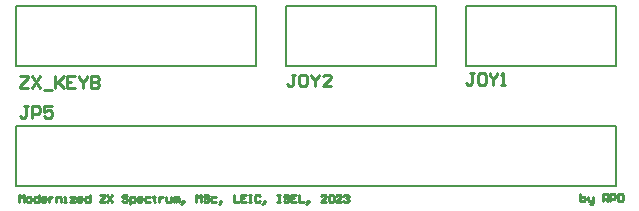
<source format=gto>
%FSTAX23Y23*%
%MOIN*%
%SFA1B1*%

%IPPOS*%
%ADD10C,0.007870*%
%ADD11C,0.010000*%
%LNzx-joy-1*%
%LPD*%
G54D10*
X0005Y007D02*
X0085D01*
X0005Y005D02*
X0085D01*
X0005D02*
Y007D01*
X0085Y005D02*
Y007D01*
X0145Y005D02*
Y007D01*
X0095Y005D02*
Y007D01*
X0145*
X0095Y005D02*
X0145D01*
X0205Y001D02*
Y003D01*
X0005Y001D02*
Y003D01*
X0205*
X0005Y001D02*
X0205D01*
Y005D02*
Y007D01*
X0155Y005D02*
Y007D01*
X0205*
X0155Y005D02*
X0205D01*
G54D11*
X00062Y00466D02*
X00089D01*
Y0046*
X00062Y00434*
Y00427*
X00089*
X00102Y00466D02*
X00128Y00427D01*
Y00466D02*
X00102Y00427D01*
X00141Y00421D02*
X00167D01*
X0018Y00466D02*
Y00427D01*
Y0044*
X00207Y00466*
X00187Y00447*
X00207Y00427*
X00246Y00466D02*
X0022D01*
Y00427*
X00246*
X0022Y00447D02*
X00233D01*
X00259Y00466D02*
Y0046D01*
X00272Y00447*
X00285Y0046*
Y00466*
X00272Y00447D02*
Y00427D01*
X00298Y00466D02*
Y00427D01*
X00318*
X00325Y00434*
Y0044*
X00318Y00447*
X00298*
X00318*
X00325Y00453*
Y0046*
X00318Y00466*
X00298*
X0098Y00471D02*
X00967D01*
X00973*
Y00438*
X00967Y00432*
X0096*
X00953Y00438*
X01013Y00471D02*
X00999D01*
X00993Y00465*
Y00438*
X00999Y00432*
X01013*
X01019Y00438*
Y00465*
X01013Y00471*
X01032D02*
Y00465D01*
X01045Y00452*
X01058Y00465*
Y00471*
X01045Y00452D02*
Y00432D01*
X01098D02*
X01072D01*
X01098Y00458*
Y00465*
X01091Y00471*
X01078*
X01072Y00465*
X00089Y00365D02*
X00076D01*
X00083*
Y00332*
X00076Y00326*
X0007*
X00063Y00332*
X00102Y00326D02*
Y00365D01*
X00122*
X00129Y00359*
Y00346*
X00122Y00339*
X00102*
X00168Y00365D02*
X00142D01*
Y00346*
X00155Y00352*
X00161*
X00168Y00346*
Y00332*
X00161Y00326*
X00148*
X00142Y00332*
X01574Y00475D02*
X01561D01*
X01568*
Y00442*
X01561Y00436*
X01555*
X01548Y00442*
X01607Y00475D02*
X01594D01*
X01588Y00469*
Y00442*
X01594Y00436*
X01607*
X01614Y00442*
Y00469*
X01607Y00475*
X01627D02*
Y00469D01*
X0164Y00456*
X01653Y00469*
Y00475*
X0164Y00456D02*
Y00436D01*
X01666D02*
X01679D01*
X01673*
Y00475*
X01666Y00469*
X00058Y00046D02*
Y00071D01*
X00066Y00062*
X00074Y00071*
Y00046*
X00087D02*
X00095D01*
X00099Y0005*
Y00058*
X00095Y00062*
X00087*
X00082Y00058*
Y0005*
X00087Y00046*
X00124Y00071D02*
Y00046D01*
X00112*
X00107Y0005*
Y00058*
X00112Y00062*
X00124*
X00145Y00046D02*
X00137D01*
X00132Y0005*
Y00058*
X00137Y00062*
X00145*
X00149Y00058*
Y00054*
X00132*
X00157Y00062D02*
Y00046D01*
Y00054*
X00162Y00058*
X00166Y00062*
X0017*
X00182Y00046D02*
Y00062D01*
X00195*
X00199Y00058*
Y00046*
X00207D02*
X00216D01*
X00212*
Y00062*
X00207*
X00228D02*
X00245D01*
X00228Y00046*
X00245*
X00266D02*
X00257D01*
X00253Y0005*
Y00058*
X00257Y00062*
X00266*
X0027Y00058*
Y00054*
X00253*
X00295Y00071D02*
Y00046D01*
X00282*
X00278Y0005*
Y00058*
X00282Y00062*
X00295*
X00328Y00071D02*
X00345D01*
Y00067*
X00328Y0005*
Y00046*
X00345*
X00353Y00071D02*
X0037Y00046D01*
Y00071D02*
X00353Y00046D01*
X0042Y00067D02*
X00416Y00071D01*
X00407*
X00403Y00067*
Y00062*
X00407Y00058*
X00416*
X0042Y00054*
Y0005*
X00416Y00046*
X00407*
X00403Y0005*
X00428Y00038D02*
Y00062D01*
X00441*
X00445Y00058*
Y0005*
X00441Y00046*
X00428*
X00466D02*
X00457D01*
X00453Y0005*
Y00058*
X00457Y00062*
X00466*
X0047Y00058*
Y00054*
X00453*
X00495Y00062D02*
X00482D01*
X00478Y00058*
Y0005*
X00482Y00046*
X00495*
X00507Y00067D02*
Y00062D01*
X00503*
X00512*
X00507*
Y0005*
X00512Y00046*
X00524Y00062D02*
Y00046D01*
Y00054*
X00528Y00058*
X00532Y00062*
X00537*
X00549D02*
Y0005D01*
X00553Y00046*
X00566*
Y00062*
X00574Y00046D02*
Y00062D01*
X00578*
X00582Y00058*
Y00046*
Y00058*
X00587Y00062*
X00591Y00058*
Y00046*
X00603Y00042D02*
X00607Y00046D01*
Y0005*
X00603*
Y00046*
X00607*
X00603Y00042*
X00599Y00038*
X00649Y00046D02*
Y00071D01*
X00657Y00062*
X00666Y00071*
Y00046*
X00691Y00067D02*
X00686Y00071D01*
X00678*
X00674Y00067*
Y00062*
X00678Y00058*
X00686*
X00691Y00054*
Y0005*
X00686Y00046*
X00678*
X00674Y0005*
X00716Y00062D02*
X00703D01*
X00699Y00058*
Y0005*
X00703Y00046*
X00716*
X00728Y00042D02*
X00732Y00046D01*
Y0005*
X00728*
Y00046*
X00732*
X00728Y00042*
X00724Y00038*
X00774Y00071D02*
Y00046D01*
X00791*
X00816Y00071D02*
X00799D01*
Y00046*
X00816*
X00799Y00058D02*
X00807D01*
X00824Y00071D02*
X00832D01*
X00828*
Y00046*
X00824*
X00832*
X00861Y00067D02*
X00857Y00071D01*
X00849*
X00845Y00067*
Y0005*
X00849Y00046*
X00857*
X00861Y0005*
X00874Y00042D02*
X00878Y00046D01*
Y0005*
X00874*
Y00046*
X00878*
X00874Y00042*
X0087Y00038*
X0092Y00071D02*
X00928D01*
X00924*
Y00046*
X0092*
X00928*
X00957Y00067D02*
X00953Y00071D01*
X00945*
X00941Y00067*
Y00062*
X00945Y00058*
X00953*
X00957Y00054*
Y0005*
X00953Y00046*
X00945*
X00941Y0005*
X00982Y00071D02*
X00966D01*
Y00046*
X00982*
X00966Y00058D02*
X00974D01*
X00991Y00071D02*
Y00046D01*
X01007*
X0102Y00042D02*
X01024Y00046D01*
Y0005*
X0102*
Y00046*
X01024*
X0102Y00042*
X01016Y00038*
X01082Y00046D02*
X01066D01*
X01082Y00062*
Y00067*
X01078Y00071*
X0107*
X01066Y00067*
X01091D02*
X01095Y00071D01*
X01103*
X01107Y00067*
Y0005*
X01103Y00046*
X01095*
X01091Y0005*
Y00067*
X01132Y00046D02*
X01115D01*
X01132Y00062*
Y00067*
X01128Y00071*
X0112*
X01115Y00067*
X0114D02*
X01145Y00071D01*
X01153*
X01157Y00067*
Y00062*
X01153Y00058*
X01149*
X01153*
X01157Y00054*
Y0005*
X01153Y00046*
X01145*
X0114Y0005*
X0193Y00073D02*
Y00048D01*
X01942*
X01946Y00052*
Y00056*
Y0006*
X01942Y00064*
X0193*
X01954D02*
Y00052D01*
X01959Y00048*
X01971*
Y00044*
X01967Y0004*
X01963*
X01971Y00048D02*
Y00064D01*
X02004Y00048D02*
Y00073D01*
X02017*
X02021Y00069*
Y0006*
X02017Y00056*
X02004*
X02013D02*
X02021Y00048D01*
X02029D02*
Y00073D01*
X02042*
X02046Y00069*
Y0006*
X02042Y00056*
X02029*
X02054Y00073D02*
Y00048D01*
X02067*
X02071Y00052*
Y00069*
X02067Y00073*
X02054*
M02*
</source>
